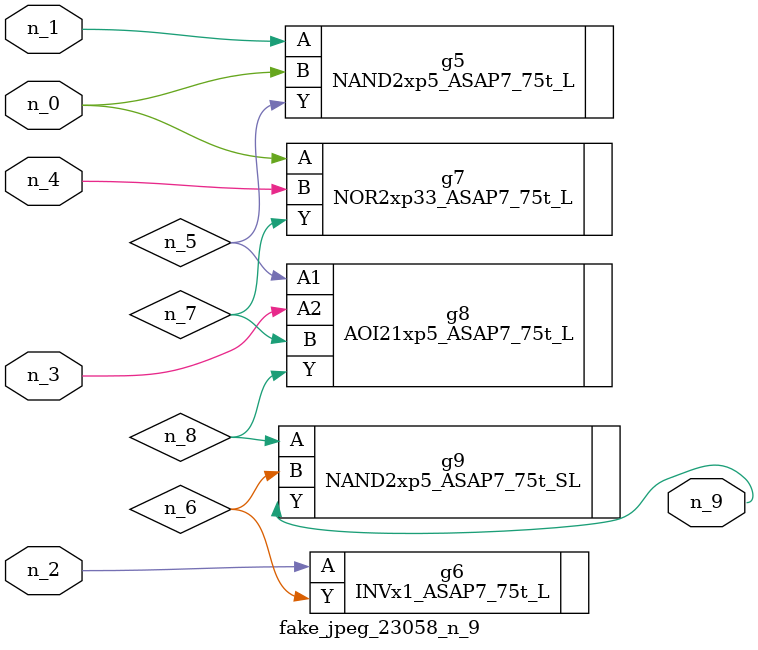
<source format=v>
module fake_jpeg_23058_n_9 (n_3, n_2, n_1, n_0, n_4, n_9);

input n_3;
input n_2;
input n_1;
input n_0;
input n_4;

output n_9;

wire n_8;
wire n_6;
wire n_5;
wire n_7;

NAND2xp5_ASAP7_75t_L g5 ( 
.A(n_1),
.B(n_0),
.Y(n_5)
);

INVx1_ASAP7_75t_L g6 ( 
.A(n_2),
.Y(n_6)
);

NOR2xp33_ASAP7_75t_L g7 ( 
.A(n_0),
.B(n_4),
.Y(n_7)
);

AOI21xp5_ASAP7_75t_L g8 ( 
.A1(n_5),
.A2(n_3),
.B(n_7),
.Y(n_8)
);

NAND2xp5_ASAP7_75t_SL g9 ( 
.A(n_8),
.B(n_6),
.Y(n_9)
);


endmodule
</source>
